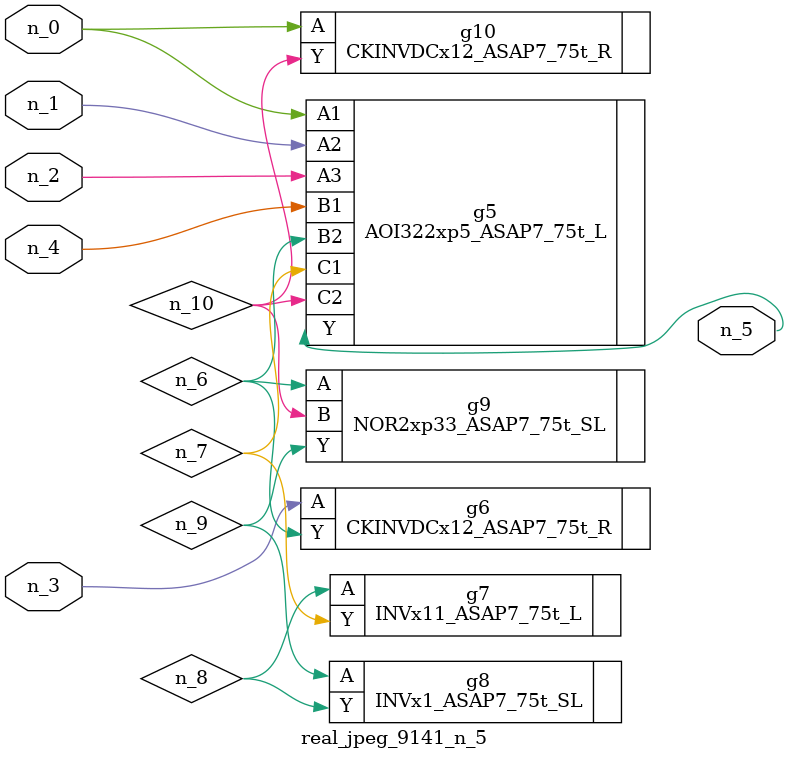
<source format=v>
module real_jpeg_9141_n_5 (n_4, n_0, n_1, n_2, n_3, n_5);

input n_4;
input n_0;
input n_1;
input n_2;
input n_3;

output n_5;

wire n_8;
wire n_6;
wire n_7;
wire n_10;
wire n_9;

AOI322xp5_ASAP7_75t_L g5 ( 
.A1(n_0),
.A2(n_1),
.A3(n_2),
.B1(n_4),
.B2(n_6),
.C1(n_7),
.C2(n_10),
.Y(n_5)
);

CKINVDCx12_ASAP7_75t_R g10 ( 
.A(n_0),
.Y(n_10)
);

CKINVDCx12_ASAP7_75t_R g6 ( 
.A(n_3),
.Y(n_6)
);

NOR2xp33_ASAP7_75t_SL g9 ( 
.A(n_6),
.B(n_10),
.Y(n_9)
);

INVx11_ASAP7_75t_L g7 ( 
.A(n_8),
.Y(n_7)
);

INVx1_ASAP7_75t_SL g8 ( 
.A(n_9),
.Y(n_8)
);


endmodule
</source>
